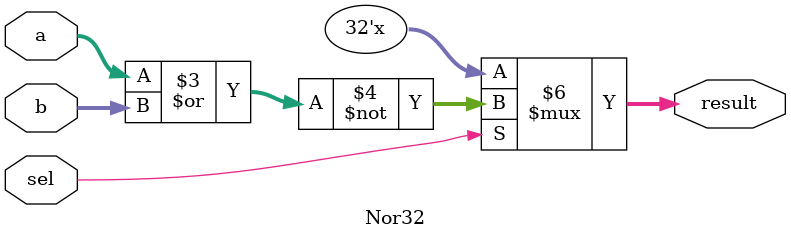
<source format=v>
`timescale 1ns / 1ps

module Nor32(input[31:0] a, b, input sel, output reg [31:0] result);
always @ (*)
    if(sel == 1) result = ~(a | b);
    else result = 32'bxxxxxxxxxxxxxxxxxxxxxxxxxxxxxxxx;
endmodule

</source>
